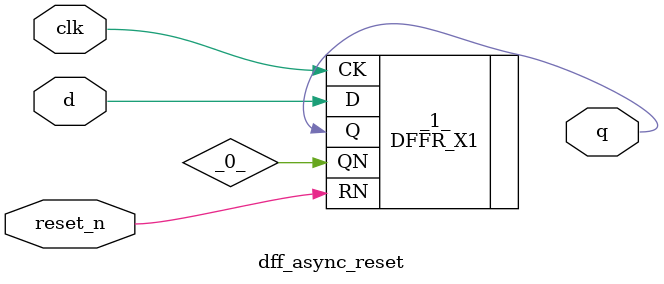
<source format=sv>
/* Generated by Yosys 0.55 (git sha1 60f126cd00c94892782470192d6c9f7abebe7c05, clang++ 16.0.0 -fPIC -O3) */

(* top =  1  *)
(* src = "dff.sv:1.1-9.10" *)
module dff_async_reset(d, clk, reset_n, q);
  wire _0_;
  (* src = "dff.sv:1.51-1.54" *)
  input clk;
  wire clk;
  (* src = "dff.sv:1.36-1.37" *)
  input d;
  wire d;
  (* src = "dff.sv:1.90-1.91" *)
  output q;
  wire q;
  (* src = "dff.sv:1.68-1.75" *)
  input reset_n;
  wire reset_n;
  (* src = "dff.sv:3.1-7.16" *)
  DFFR_X1 _1_ (
    .CK(clk),
    .D(d),
    .Q(q),
    .QN(_0_),
    .RN(reset_n)
  );
endmodule

</source>
